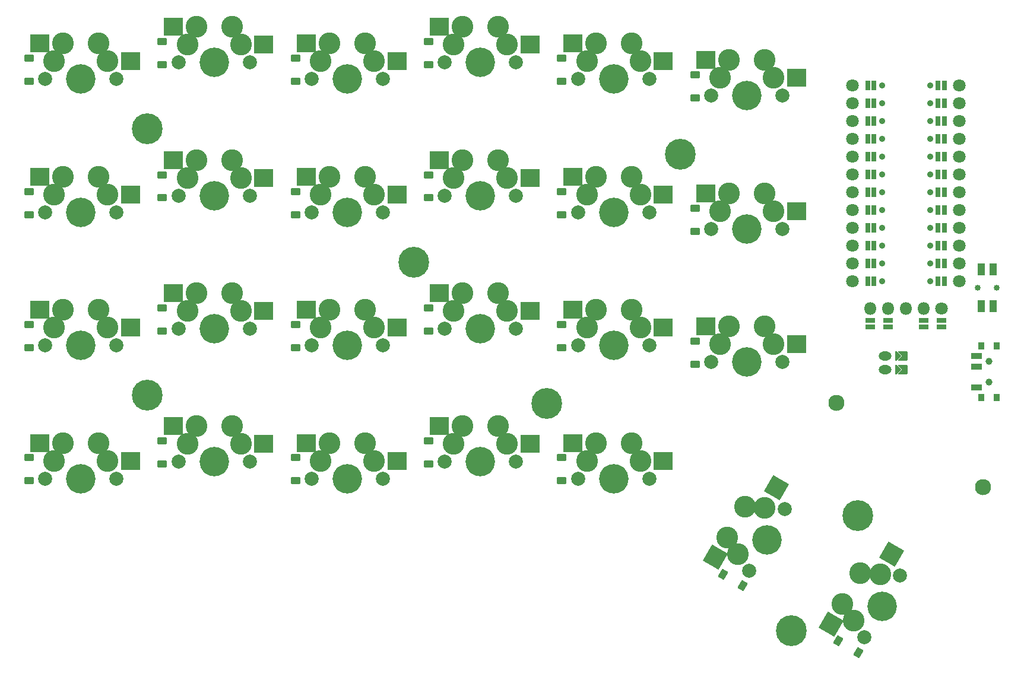
<source format=gbr>
%TF.GenerationSoftware,KiCad,Pcbnew,9.0.2*%
%TF.CreationDate,2025-06-19T22:30:11+08:00*%
%TF.ProjectId,eggada50_wireless_manually_routed,65676761-6461-4353-905f-776972656c65,0.2*%
%TF.SameCoordinates,Original*%
%TF.FileFunction,Soldermask,Top*%
%TF.FilePolarity,Negative*%
%FSLAX46Y46*%
G04 Gerber Fmt 4.6, Leading zero omitted, Abs format (unit mm)*
G04 Created by KiCad (PCBNEW 9.0.2) date 2025-06-19 22:30:11*
%MOMM*%
%LPD*%
G01*
G04 APERTURE LIST*
G04 Aperture macros list*
%AMRoundRect*
0 Rectangle with rounded corners*
0 $1 Rounding radius*
0 $2 $3 $4 $5 $6 $7 $8 $9 X,Y pos of 4 corners*
0 Add a 4 corners polygon primitive as box body*
4,1,4,$2,$3,$4,$5,$6,$7,$8,$9,$2,$3,0*
0 Add four circle primitives for the rounded corners*
1,1,$1+$1,$2,$3*
1,1,$1+$1,$4,$5*
1,1,$1+$1,$6,$7*
1,1,$1+$1,$8,$9*
0 Add four rect primitives between the rounded corners*
20,1,$1+$1,$2,$3,$4,$5,0*
20,1,$1+$1,$4,$5,$6,$7,0*
20,1,$1+$1,$6,$7,$8,$9,0*
20,1,$1+$1,$8,$9,$2,$3,0*%
%AMFreePoly0*
4,1,16,0.635355,0.285355,0.650000,0.250000,0.650000,-1.000000,0.635355,-1.035355,0.600000,-1.050000,0.564645,-1.035355,0.000000,-0.470710,-0.564645,-1.035355,-0.600000,-1.050000,-0.635355,-1.035355,-0.650000,-1.000000,-0.650000,0.250000,-0.635355,0.285355,-0.600000,0.300000,0.600000,0.300000,0.635355,0.285355,0.635355,0.285355,$1*%
%AMFreePoly1*
4,1,14,0.035355,0.435355,0.635355,-0.164645,0.650000,-0.200000,0.650000,-0.400000,0.635355,-0.435355,0.600000,-0.450000,-0.600000,-0.450000,-0.635355,-0.435355,-0.650000,-0.400000,-0.650000,-0.200000,-0.635355,-0.164645,-0.035355,0.435355,0.000000,0.450000,0.035355,0.435355,0.035355,0.435355,$1*%
G04 Aperture macros list end*
%ADD10C,2.000000*%
%ADD11C,3.100000*%
%ADD12C,4.200000*%
%ADD13RoundRect,0.050000X-1.275000X-1.250000X1.275000X-1.250000X1.275000X1.250000X-1.275000X1.250000X0*%
%ADD14RoundRect,0.050000X0.600000X-0.450000X0.600000X0.450000X-0.600000X0.450000X-0.600000X-0.450000X0*%
%ADD15RoundRect,0.050000X0.445032X-1.729182X1.720032X0.479182X-0.445032X1.729182X-1.720032X-0.479182X0*%
%ADD16O,1.800000X1.800000*%
%ADD17C,1.800000*%
%ADD18RoundRect,0.050000X0.600000X-0.300000X0.600000X0.300000X-0.600000X0.300000X-0.600000X-0.300000X0*%
%ADD19C,4.400000*%
%ADD20RoundRect,0.050000X0.400000X-0.500000X0.400000X0.500000X-0.400000X0.500000X-0.400000X-0.500000X0*%
%ADD21C,1.000000*%
%ADD22RoundRect,0.050000X0.750000X-0.350000X0.750000X0.350000X-0.750000X0.350000X-0.750000X-0.350000X0*%
%ADD23RoundRect,0.050000X-0.300000X-0.600000X0.300000X-0.600000X0.300000X0.600000X-0.300000X0.600000X0*%
%ADD24C,0.900000*%
%ADD25FreePoly0,270.000000*%
%ADD26O,1.850000X1.300000*%
%ADD27FreePoly1,270.000000*%
%ADD28RoundRect,0.050000X0.689711X0.294615X-0.089711X0.744615X-0.689711X-0.294615X0.089711X-0.744615X0*%
%ADD29C,2.300000*%
%ADD30C,0.850000*%
%ADD31RoundRect,0.050000X0.500000X-0.775000X0.500000X0.775000X-0.500000X0.775000X-0.500000X-0.775000X0*%
G04 APERTURE END LIST*
D10*
%TO.C,S31*%
X113920000Y-78625000D03*
D11*
X116460000Y-73545000D03*
D12*
X119000000Y-78625000D03*
D11*
X122810000Y-76085000D03*
D10*
X124080000Y-78625000D03*
D13*
X126085000Y-76085000D03*
X113158000Y-73545000D03*
%TD*%
D14*
%TO.C,D29*%
X92600000Y-43325000D03*
X92600000Y-40025000D03*
%TD*%
D10*
%TO.C,S50*%
X211764483Y-122639409D03*
D11*
X208635074Y-117899705D03*
D12*
X214304483Y-118240000D03*
D11*
X214009778Y-113670443D03*
D10*
X216844483Y-113840591D03*
D15*
X215647278Y-110834210D03*
X206984074Y-120759320D03*
%TD*%
D16*
%TO.C,DISP1*%
X212567000Y-75700000D03*
X215107000Y-75700000D03*
X217647000Y-75700000D03*
X220187000Y-75700000D03*
D17*
X222727000Y-75700000D03*
D18*
X212567000Y-78350000D03*
X215107000Y-78350000D03*
X220187000Y-78350000D03*
X222727000Y-78350000D03*
X212567000Y-77450000D03*
X215107000Y-77450000D03*
X220187000Y-77450000D03*
X222727000Y-77450000D03*
%TD*%
D19*
%TO.C,MH7*%
X166468000Y-89261000D03*
%TD*%
D20*
%TO.C,PWR1*%
X228415000Y-81100000D03*
X228415000Y-88400000D03*
D21*
X229525000Y-83250000D03*
X229525000Y-86250000D03*
D20*
X230625000Y-81100000D03*
X230625000Y-88400000D03*
D22*
X227765000Y-87000000D03*
X227765000Y-84000000D03*
X227765000Y-82500000D03*
%TD*%
D10*
%TO.C,S33*%
X113920000Y-40625000D03*
D11*
X116460000Y-35545000D03*
D12*
X119000000Y-40625000D03*
D11*
X122810000Y-38085000D03*
D10*
X124080000Y-40625000D03*
D13*
X126085000Y-38085000D03*
X113158000Y-35545000D03*
%TD*%
D10*
%TO.C,S26*%
X94920000Y-100000000D03*
D11*
X97460000Y-94920000D03*
D12*
X100000000Y-100000000D03*
D11*
X103810000Y-97460000D03*
D10*
X105080000Y-100000000D03*
D13*
X107085000Y-97460000D03*
X94158000Y-94920000D03*
%TD*%
D14*
%TO.C,D38*%
X149600000Y-97950000D03*
X149600000Y-94650000D03*
%TD*%
D10*
%TO.C,S43*%
X170920000Y-81000000D03*
D11*
X173460000Y-75920000D03*
D12*
X176000000Y-81000000D03*
D11*
X179810000Y-78460000D03*
D10*
X181080000Y-81000000D03*
D13*
X183085000Y-78460000D03*
X170158000Y-75920000D03*
%TD*%
D14*
%TO.C,D43*%
X168600000Y-81325000D03*
X168600000Y-78025000D03*
%TD*%
%TO.C,D35*%
X130600000Y-81325000D03*
X130600000Y-78025000D03*
%TD*%
D23*
%TO.C,MCU1*%
X223184000Y-43920000D03*
D17*
X225324000Y-43920000D03*
D23*
X223184000Y-46460000D03*
D17*
X225324000Y-46460000D03*
D23*
X223184000Y-49000000D03*
D17*
X225324000Y-49000000D03*
D23*
X223184000Y-51540000D03*
D17*
X225324000Y-51540000D03*
D23*
X223184000Y-54080000D03*
D17*
X225324000Y-54080000D03*
D23*
X223184000Y-56620000D03*
D17*
X225324000Y-56620000D03*
D23*
X223184000Y-59160000D03*
D17*
X225324000Y-59160000D03*
D23*
X223184000Y-61700000D03*
D17*
X225324000Y-61700000D03*
D23*
X223184000Y-64240000D03*
D17*
X225324000Y-64240000D03*
D23*
X223184000Y-66780000D03*
D17*
X225324000Y-66780000D03*
D23*
X223184000Y-69320000D03*
D17*
X225324000Y-69320000D03*
D23*
X223184000Y-71860000D03*
D17*
X225324000Y-71860000D03*
X210084000Y-71860000D03*
D23*
X212224000Y-71860000D03*
D17*
X210084000Y-69320000D03*
D23*
X212224000Y-69320000D03*
D17*
X210084000Y-66780000D03*
D23*
X212224000Y-66780000D03*
D17*
X210084000Y-64240000D03*
D23*
X212224000Y-64240000D03*
D17*
X210084000Y-61700000D03*
D23*
X212224000Y-61700000D03*
D17*
X210084000Y-59160000D03*
D23*
X212224000Y-59160000D03*
D17*
X210084000Y-56620000D03*
D23*
X212224000Y-56620000D03*
D17*
X210084000Y-54080000D03*
D23*
X212224000Y-54080000D03*
D17*
X210084000Y-51540000D03*
D23*
X212224000Y-51540000D03*
D17*
X210084000Y-49000000D03*
D23*
X212224000Y-49000000D03*
D17*
X210084000Y-46460000D03*
D23*
X212224000Y-46460000D03*
D17*
X210084000Y-43920000D03*
D23*
X212224000Y-43920000D03*
D24*
X221104000Y-43920000D03*
D23*
X222284000Y-43920000D03*
D24*
X221104000Y-46460000D03*
D23*
X222284000Y-46460000D03*
D24*
X221104000Y-49000000D03*
D23*
X222284000Y-49000000D03*
D24*
X221104000Y-51540000D03*
D23*
X222284000Y-51540000D03*
D24*
X221104000Y-54080000D03*
D23*
X222284000Y-54080000D03*
D24*
X221104000Y-56620000D03*
D23*
X222284000Y-56620000D03*
D24*
X221104000Y-59160000D03*
D23*
X222284000Y-59160000D03*
D24*
X221104000Y-61700000D03*
D23*
X222284000Y-61700000D03*
D24*
X221104000Y-64240000D03*
D23*
X222284000Y-64240000D03*
D24*
X221104000Y-66780000D03*
D23*
X222284000Y-66780000D03*
D24*
X221104000Y-69320000D03*
D23*
X222284000Y-69320000D03*
D24*
X221104000Y-71860000D03*
D23*
X222284000Y-71860000D03*
X213124000Y-71860000D03*
D24*
X214304000Y-71860000D03*
D23*
X213124000Y-69320000D03*
D24*
X214304000Y-69320000D03*
D23*
X213124000Y-66780000D03*
D24*
X214304000Y-66780000D03*
D23*
X213124000Y-64240000D03*
D24*
X214304000Y-64240000D03*
D23*
X213124000Y-61700000D03*
D24*
X214304000Y-61700000D03*
D23*
X213124000Y-59160000D03*
D24*
X214304000Y-59160000D03*
D23*
X213124000Y-56620000D03*
D24*
X214304000Y-56620000D03*
D23*
X213124000Y-54080000D03*
D24*
X214304000Y-54080000D03*
D23*
X213124000Y-51540000D03*
D24*
X214304000Y-51540000D03*
D23*
X213124000Y-49000000D03*
D24*
X214304000Y-49000000D03*
D23*
X213124000Y-46460000D03*
D24*
X214304000Y-46460000D03*
D23*
X213124000Y-43920000D03*
D24*
X214304000Y-43920000D03*
%TD*%
D10*
%TO.C,S38*%
X151920000Y-97625000D03*
D11*
X154460000Y-92545000D03*
D12*
X157000000Y-97625000D03*
D11*
X160810000Y-95085000D03*
D10*
X162080000Y-97625000D03*
D13*
X164085000Y-95085000D03*
X151158000Y-92545000D03*
%TD*%
D10*
%TO.C,S29*%
X94920000Y-43000000D03*
D11*
X97460000Y-37920000D03*
D12*
X100000000Y-43000000D03*
D11*
X103810000Y-40460000D03*
D10*
X105080000Y-43000000D03*
D13*
X107085000Y-40460000D03*
X94158000Y-37920000D03*
%TD*%
D10*
%TO.C,S46*%
X189920000Y-83375000D03*
D11*
X192460000Y-78295000D03*
D12*
X195000000Y-83375000D03*
D11*
X198810000Y-80835000D03*
D10*
X200080000Y-83375000D03*
D13*
X202085000Y-80835000D03*
X189158000Y-78295000D03*
%TD*%
D10*
%TO.C,S34*%
X132920000Y-100000000D03*
D11*
X135460000Y-94920000D03*
D12*
X138000000Y-100000000D03*
D11*
X141810000Y-97460000D03*
D10*
X143080000Y-100000000D03*
D13*
X145085000Y-97460000D03*
X132158000Y-94920000D03*
%TD*%
D14*
%TO.C,D47*%
X187600000Y-64700000D03*
X187600000Y-61400000D03*
%TD*%
D25*
%TO.C,JST1*%
X217566000Y-84500000D03*
X217566000Y-82500000D03*
D26*
X214750000Y-84500000D03*
X214750000Y-82500000D03*
D27*
X216550000Y-84500000D03*
X216550000Y-82500000D03*
%TD*%
D14*
%TO.C,D32*%
X111600000Y-59950000D03*
X111600000Y-56650000D03*
%TD*%
D10*
%TO.C,S40*%
X151920000Y-59625000D03*
D11*
X154460000Y-54545000D03*
D12*
X157000000Y-59625000D03*
D11*
X160810000Y-57085000D03*
D10*
X162080000Y-59625000D03*
D13*
X164085000Y-57085000D03*
X151158000Y-54545000D03*
%TD*%
D28*
%TO.C,D50*%
X210885941Y-124811088D03*
X208028057Y-123161088D03*
%TD*%
D10*
%TO.C,S48*%
X189920000Y-45375000D03*
D11*
X192460000Y-40295000D03*
D12*
X195000000Y-45375000D03*
D11*
X198810000Y-42835000D03*
D10*
X200080000Y-45375000D03*
D13*
X202085000Y-42835000D03*
X189158000Y-40295000D03*
%TD*%
D14*
%TO.C,D45*%
X168600000Y-43325000D03*
X168600000Y-40025000D03*
%TD*%
D10*
%TO.C,S39*%
X151920000Y-78625000D03*
D11*
X154460000Y-73545000D03*
D12*
X157000000Y-78625000D03*
D11*
X160810000Y-76085000D03*
D10*
X162080000Y-78625000D03*
D13*
X164085000Y-76085000D03*
X151158000Y-73545000D03*
%TD*%
D29*
%TO.C,MH1*%
X207762000Y-89226000D03*
%TD*%
D14*
%TO.C,D26*%
X92600000Y-100325000D03*
X92600000Y-97025000D03*
%TD*%
D10*
%TO.C,S44*%
X170920000Y-62000000D03*
D11*
X173460000Y-56920000D03*
D12*
X176000000Y-62000000D03*
D11*
X179810000Y-59460000D03*
D10*
X181080000Y-62000000D03*
D13*
X183085000Y-59460000D03*
X170158000Y-56920000D03*
%TD*%
D29*
%TO.C,MH2*%
X228694000Y-101245000D03*
%TD*%
D10*
%TO.C,S47*%
X189920000Y-64375000D03*
D11*
X192460000Y-59295000D03*
D12*
X195000000Y-64375000D03*
D11*
X198810000Y-61835000D03*
D10*
X200080000Y-64375000D03*
D13*
X202085000Y-61835000D03*
X189158000Y-59295000D03*
%TD*%
D14*
%TO.C,D41*%
X149600000Y-40950000D03*
X149600000Y-37650000D03*
%TD*%
D10*
%TO.C,S35*%
X132920000Y-81000000D03*
D11*
X135460000Y-75920000D03*
D12*
X138000000Y-81000000D03*
D11*
X141810000Y-78460000D03*
D10*
X143080000Y-81000000D03*
D13*
X145085000Y-78460000D03*
X132158000Y-75920000D03*
%TD*%
D19*
%TO.C,MH3*%
X109500000Y-50125000D03*
%TD*%
D14*
%TO.C,D46*%
X187600000Y-83700000D03*
X187600000Y-80400000D03*
%TD*%
D10*
%TO.C,S32*%
X113920000Y-59625000D03*
D11*
X116460000Y-54545000D03*
D12*
X119000000Y-59625000D03*
D11*
X122810000Y-57085000D03*
D10*
X124080000Y-59625000D03*
D13*
X126085000Y-57085000D03*
X113158000Y-54545000D03*
%TD*%
D10*
%TO.C,S36*%
X132920000Y-62000000D03*
D11*
X135460000Y-56920000D03*
D12*
X138000000Y-62000000D03*
D11*
X141810000Y-59460000D03*
D10*
X143080000Y-62000000D03*
D13*
X145085000Y-59460000D03*
X132158000Y-56920000D03*
%TD*%
D14*
%TO.C,D40*%
X149600000Y-59950000D03*
X149600000Y-56650000D03*
%TD*%
D10*
%TO.C,S49*%
X195310000Y-113139409D03*
D11*
X192180591Y-108399705D03*
D12*
X197850000Y-108740000D03*
D11*
X197555295Y-104170443D03*
D10*
X200390000Y-104340591D03*
D15*
X199192795Y-101334210D03*
X190529591Y-111259320D03*
%TD*%
D10*
%TO.C,S28*%
X94920000Y-62000000D03*
D11*
X97460000Y-56920000D03*
D12*
X100000000Y-62000000D03*
D11*
X103810000Y-59460000D03*
D10*
X105080000Y-62000000D03*
D13*
X107085000Y-59460000D03*
X94158000Y-56920000D03*
%TD*%
D19*
%TO.C,MH5*%
X185468000Y-53736000D03*
%TD*%
%TO.C,MH8*%
X210827241Y-105262759D03*
%TD*%
%TO.C,MH9*%
X201327241Y-121717241D03*
%TD*%
D30*
%TO.C,RST1*%
X230625000Y-72750000D03*
X227875000Y-72750000D03*
D31*
X230100000Y-75375000D03*
X228400000Y-75375000D03*
X230100000Y-70125000D03*
X228400000Y-70125000D03*
%TD*%
D14*
%TO.C,D44*%
X168600000Y-62325000D03*
X168600000Y-59025000D03*
%TD*%
D10*
%TO.C,S37*%
X132920000Y-43000000D03*
D11*
X135460000Y-37920000D03*
D12*
X138000000Y-43000000D03*
D11*
X141810000Y-40460000D03*
D10*
X143080000Y-43000000D03*
D13*
X145085000Y-40460000D03*
X132158000Y-37920000D03*
%TD*%
D14*
%TO.C,D31*%
X111600000Y-78950000D03*
X111600000Y-75650000D03*
%TD*%
%TO.C,D42*%
X168600000Y-100325000D03*
X168600000Y-97025000D03*
%TD*%
%TO.C,D34*%
X130600000Y-100325000D03*
X130600000Y-97025000D03*
%TD*%
D19*
%TO.C,MH6*%
X147500000Y-69125000D03*
%TD*%
D10*
%TO.C,S30*%
X113920000Y-97625000D03*
D11*
X116460000Y-92545000D03*
D12*
X119000000Y-97625000D03*
D11*
X122810000Y-95085000D03*
D10*
X124080000Y-97625000D03*
D13*
X126085000Y-95085000D03*
X113158000Y-92545000D03*
%TD*%
D10*
%TO.C,S42*%
X170920000Y-100000000D03*
D11*
X173460000Y-94920000D03*
D12*
X176000000Y-100000000D03*
D11*
X179810000Y-97460000D03*
D10*
X181080000Y-100000000D03*
D13*
X183085000Y-97460000D03*
X170158000Y-94920000D03*
%TD*%
D14*
%TO.C,D39*%
X149600000Y-78950000D03*
X149600000Y-75650000D03*
%TD*%
%TO.C,D28*%
X92600000Y-62325000D03*
X92600000Y-59025000D03*
%TD*%
D10*
%TO.C,S27*%
X94920000Y-81000000D03*
D11*
X97460000Y-75920000D03*
D12*
X100000000Y-81000000D03*
D11*
X103810000Y-78460000D03*
D10*
X105080000Y-81000000D03*
D13*
X107085000Y-78460000D03*
X94158000Y-75920000D03*
%TD*%
D10*
%TO.C,S45*%
X170920000Y-43000000D03*
D11*
X173460000Y-37920000D03*
D12*
X176000000Y-43000000D03*
D11*
X179810000Y-40460000D03*
D10*
X181080000Y-43000000D03*
D13*
X183085000Y-40460000D03*
X170158000Y-37920000D03*
%TD*%
D14*
%TO.C,D36*%
X130600000Y-62325000D03*
X130600000Y-59025000D03*
%TD*%
%TO.C,D27*%
X92600000Y-81325000D03*
X92600000Y-78025000D03*
%TD*%
%TO.C,D33*%
X111600000Y-40950000D03*
X111600000Y-37650000D03*
%TD*%
D19*
%TO.C,MH4*%
X109500000Y-88125000D03*
%TD*%
D14*
%TO.C,D37*%
X130600000Y-43325000D03*
X130600000Y-40025000D03*
%TD*%
D28*
%TO.C,D49*%
X194431458Y-115311088D03*
X191573574Y-113661088D03*
%TD*%
D14*
%TO.C,D30*%
X111600000Y-97950000D03*
X111600000Y-94650000D03*
%TD*%
D10*
%TO.C,S41*%
X151920000Y-40625000D03*
D11*
X154460000Y-35545000D03*
D12*
X157000000Y-40625000D03*
D11*
X160810000Y-38085000D03*
D10*
X162080000Y-40625000D03*
D13*
X164085000Y-38085000D03*
X151158000Y-35545000D03*
%TD*%
D10*
%TO.C,S23*%
X189920000Y-45375000D03*
D11*
X191190000Y-42835000D03*
D12*
X195000000Y-45375000D03*
D11*
X197540000Y-40295000D03*
D10*
X200080000Y-45375000D03*
%TD*%
%TO.C,S22*%
X189920000Y-64375000D03*
D11*
X191190000Y-61835000D03*
D12*
X195000000Y-64375000D03*
D11*
X197540000Y-59295000D03*
D10*
X200080000Y-64375000D03*
%TD*%
%TO.C,S9*%
X132920000Y-100000000D03*
D11*
X134190000Y-97460000D03*
D12*
X138000000Y-100000000D03*
D11*
X140540000Y-94920000D03*
D10*
X143080000Y-100000000D03*
%TD*%
%TO.C,S17*%
X170920000Y-100000000D03*
D11*
X172190000Y-97460000D03*
D12*
X176000000Y-100000000D03*
D11*
X178540000Y-94920000D03*
D10*
X181080000Y-100000000D03*
%TD*%
%TO.C,S7*%
X113920000Y-59625000D03*
D11*
X115190000Y-57085000D03*
D12*
X119000000Y-59625000D03*
D11*
X121540000Y-54545000D03*
D10*
X124080000Y-59625000D03*
%TD*%
%TO.C,S10*%
X132920000Y-81000000D03*
D11*
X134190000Y-78460000D03*
D12*
X138000000Y-81000000D03*
D11*
X140540000Y-75920000D03*
D10*
X143080000Y-81000000D03*
%TD*%
%TO.C,S5*%
X113920000Y-97625000D03*
D11*
X115190000Y-95085000D03*
D12*
X119000000Y-97625000D03*
D11*
X121540000Y-92545000D03*
D10*
X124080000Y-97625000D03*
%TD*%
%TO.C,S4*%
X94920000Y-43000000D03*
D11*
X96190000Y-40460000D03*
D12*
X100000000Y-43000000D03*
D11*
X102540000Y-37920000D03*
D10*
X105080000Y-43000000D03*
%TD*%
%TO.C,S1*%
X94920000Y-100000000D03*
D11*
X96190000Y-97460000D03*
D12*
X100000000Y-100000000D03*
D11*
X102540000Y-94920000D03*
D10*
X105080000Y-100000000D03*
%TD*%
%TO.C,S14*%
X151920000Y-78625000D03*
D11*
X153190000Y-76085000D03*
D12*
X157000000Y-78625000D03*
D11*
X159540000Y-73545000D03*
D10*
X162080000Y-78625000D03*
%TD*%
%TO.C,S13*%
X151920000Y-97625000D03*
D11*
X153190000Y-95085000D03*
D12*
X157000000Y-97625000D03*
D11*
X159540000Y-92545000D03*
D10*
X162080000Y-97625000D03*
%TD*%
%TO.C,S3*%
X94920000Y-62000000D03*
D11*
X96190000Y-59460000D03*
D12*
X100000000Y-62000000D03*
D11*
X102540000Y-56920000D03*
D10*
X105080000Y-62000000D03*
%TD*%
%TO.C,S15*%
X151920000Y-59625000D03*
D11*
X153190000Y-57085000D03*
D12*
X157000000Y-59625000D03*
D11*
X159540000Y-54545000D03*
D10*
X162080000Y-59625000D03*
%TD*%
%TO.C,S25*%
X211764483Y-122639409D03*
D11*
X210199778Y-120269557D03*
D12*
X214304483Y-118240000D03*
D11*
X211175074Y-113500295D03*
D10*
X216844483Y-113840591D03*
%TD*%
%TO.C,S12*%
X132920000Y-43000000D03*
D11*
X134190000Y-40460000D03*
D12*
X138000000Y-43000000D03*
D11*
X140540000Y-37920000D03*
D10*
X143080000Y-43000000D03*
%TD*%
%TO.C,S21*%
X189920000Y-83375000D03*
D11*
X191190000Y-80835000D03*
D12*
X195000000Y-83375000D03*
D11*
X197540000Y-78295000D03*
D10*
X200080000Y-83375000D03*
%TD*%
%TO.C,S16*%
X151920000Y-40625000D03*
D11*
X153190000Y-38085000D03*
D12*
X157000000Y-40625000D03*
D11*
X159540000Y-35545000D03*
D10*
X162080000Y-40625000D03*
%TD*%
%TO.C,S20*%
X170920000Y-43000000D03*
D11*
X172190000Y-40460000D03*
D12*
X176000000Y-43000000D03*
D11*
X178540000Y-37920000D03*
D10*
X181080000Y-43000000D03*
%TD*%
%TO.C,S24*%
X195310000Y-113139409D03*
D11*
X193745295Y-110769557D03*
D12*
X197850000Y-108740000D03*
D11*
X194720591Y-104000295D03*
D10*
X200390000Y-104340591D03*
%TD*%
%TO.C,S8*%
X113920000Y-40625000D03*
D11*
X115190000Y-38085000D03*
D12*
X119000000Y-40625000D03*
D11*
X121540000Y-35545000D03*
D10*
X124080000Y-40625000D03*
%TD*%
%TO.C,S2*%
X94920000Y-81000000D03*
D11*
X96190000Y-78460000D03*
D12*
X100000000Y-81000000D03*
D11*
X102540000Y-75920000D03*
D10*
X105080000Y-81000000D03*
%TD*%
%TO.C,S19*%
X170920000Y-62000000D03*
D11*
X172190000Y-59460000D03*
D12*
X176000000Y-62000000D03*
D11*
X178540000Y-56920000D03*
D10*
X181080000Y-62000000D03*
%TD*%
%TO.C,S18*%
X170920000Y-81000000D03*
D11*
X172190000Y-78460000D03*
D12*
X176000000Y-81000000D03*
D11*
X178540000Y-75920000D03*
D10*
X181080000Y-81000000D03*
%TD*%
%TO.C,S6*%
X113920000Y-78625000D03*
D11*
X115190000Y-76085000D03*
D12*
X119000000Y-78625000D03*
D11*
X121540000Y-73545000D03*
D10*
X124080000Y-78625000D03*
%TD*%
%TO.C,S11*%
X132920000Y-62000000D03*
D11*
X134190000Y-59460000D03*
D12*
X138000000Y-62000000D03*
D11*
X140540000Y-56920000D03*
D10*
X143080000Y-62000000D03*
%TD*%
D14*
%TO.C,D48*%
X187600000Y-45700000D03*
X187600000Y-42400000D03*
%TD*%
M02*

</source>
